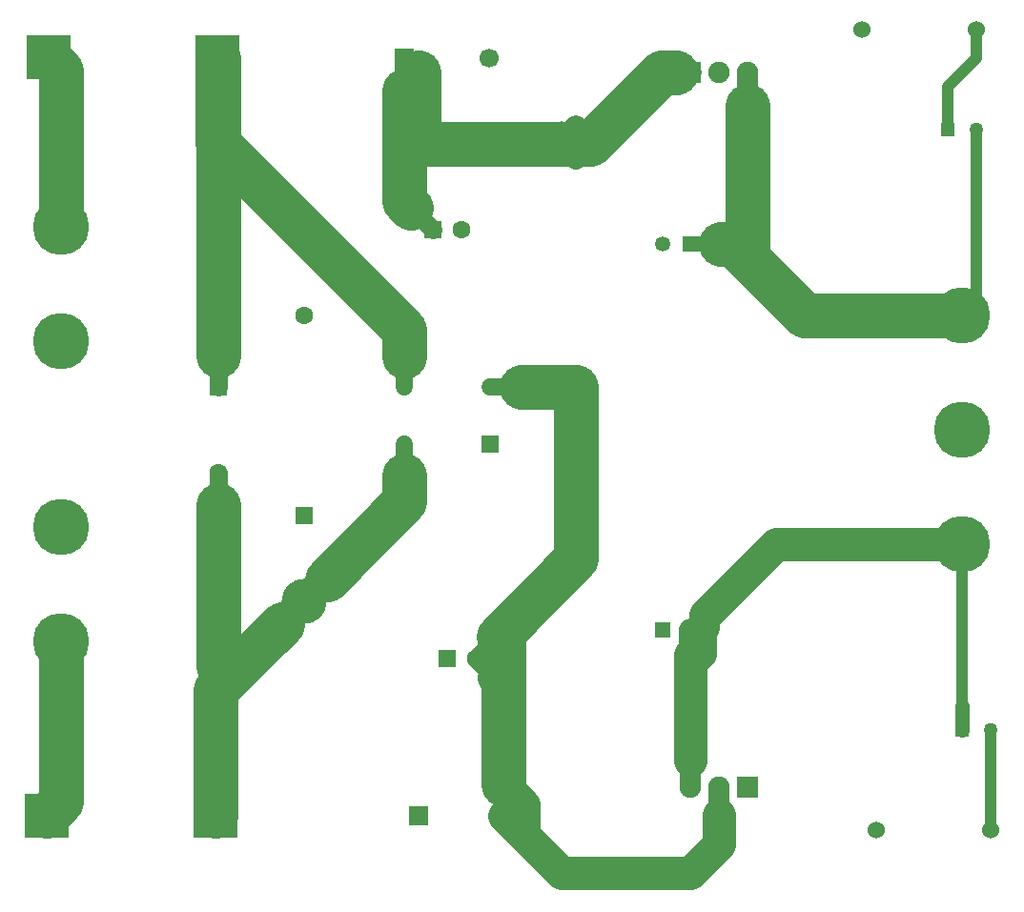
<source format=gbl>
G04 DipTrace 2.4.0.2*
%INpsv1.GBL*%
%MOIN*%
%ADD13C,0.0394*%
%ADD14C,0.1575*%
%ADD15C,0.063*%
%ADD16C,0.0591*%
%ADD17C,0.0669*%
%ADD18C,0.1181*%
%ADD19C,0.0748*%
%ADD20C,0.0787*%
%ADD21C,0.0531*%
%ADD22C,0.05*%
%ADD24R,0.0669X0.0669*%
%ADD25C,0.0669*%
%ADD26R,0.063X0.063*%
%ADD27R,0.0531X0.0531*%
%ADD28C,0.0531*%
%ADD29R,0.0591X0.0591*%
%ADD30C,0.0591*%
%ADD31R,0.05X0.05*%
%ADD32R,0.1575X0.1575*%
%ADD33C,0.1969*%
%ADD34C,0.06*%
%ADD35C,0.06*%
%ADD36R,0.0748X0.0748*%
%ADD37C,0.0748*%
%FSLAX44Y44*%
G04*
G70*
G90*
G75*
G01*
%LNBottom*%
%LPD*%
X12890Y36854D2*
D14*
Y33854D1*
X15158Y31587D1*
D15*
X15937Y30807D1*
X12937Y25307D2*
Y26409D1*
D14*
Y36807D1*
X12890Y36854D1*
X19437Y25307D2*
D16*
Y26390D1*
D14*
Y27307D1*
X16716Y30028D1*
D15*
X15937Y30807D1*
D14*
D3*
X12890Y33854D2*
X16716Y30028D1*
X19437Y23307D2*
D16*
Y22224D1*
D14*
Y21307D1*
X16716Y18587D1*
D15*
X15937Y17807D1*
X12843Y10307D2*
D14*
Y14713D1*
X13310Y15180D1*
X15158Y17028D1*
D15*
X15937Y17807D1*
D14*
D3*
X12937Y22307D2*
D15*
Y21205D1*
D14*
Y15552D1*
X13310Y15180D1*
X22890Y10307D2*
D17*
Y11232D1*
D18*
Y11674D1*
Y14854D1*
X22577Y15167D1*
D15*
X21937Y15807D1*
X22890Y10307D2*
D17*
X22937D1*
D18*
X23801Y9443D1*
X24937Y8307D1*
X29437D1*
X30437Y9307D1*
Y10343D1*
D19*
Y11307D1*
X22437Y25307D2*
D16*
X23520D1*
D14*
X25437D1*
Y19307D1*
X22890Y16760D1*
X22716Y16587D1*
D15*
X21937Y15807D1*
X22890Y10307D2*
D17*
Y11429D1*
D14*
Y16760D1*
Y11674D2*
D20*
X23801Y10763D1*
Y9443D1*
X20437Y30807D2*
D15*
X19658Y31587D1*
D14*
X19437Y31807D1*
Y35685D1*
D17*
Y36807D1*
X29437Y36307D2*
D20*
X28937D1*
D14*
X28437D1*
X25937Y33807D1*
X24937D1*
X19937D1*
Y36307D1*
D17*
X19437Y36807D1*
X24937Y33807D2*
D14*
D3*
X25937D2*
D3*
X25437Y34432D2*
D20*
Y33307D1*
X25937Y33807D2*
X25437Y34307D1*
Y34432D1*
X24937Y33932D1*
Y33807D1*
X31437Y36307D2*
D19*
Y35146D1*
D14*
Y29807D1*
X33437Y27807D1*
X38937D1*
X29437Y30307D2*
D21*
X30490D1*
D14*
X30937D1*
X31437Y29807D1*
X39437Y34307D2*
D13*
Y28307D1*
X38937Y27807D1*
Y19807D2*
D18*
X32437D1*
X30043Y17413D1*
D21*
X29437Y16807D1*
X38937Y13307D2*
D22*
Y14148D1*
D13*
Y19807D1*
X29437Y11307D2*
D19*
Y12272D1*
D18*
Y15377D1*
Y15951D1*
D21*
Y16249D1*
Y16807D1*
X38937Y19807D2*
D14*
D3*
X29437Y16249D2*
D20*
X30048Y16860D1*
Y17418D1*
X29437Y16807D2*
Y16249D1*
Y15377D2*
X29979Y15919D1*
Y17349D1*
D18*
X30043Y17413D1*
X7437Y16437D2*
D14*
Y10807D1*
X6937Y10307D1*
X7437Y30937D2*
Y36402D1*
X6984Y36854D1*
X39437Y37807D2*
D13*
Y36807D1*
X38437Y35807D1*
Y34307D1*
X39937Y9807D2*
Y13307D1*
D20*
X25937Y33807D3*
X24937D3*
X25437Y33307D3*
Y34432D3*
D24*
X19437Y36807D3*
D25*
X22390D3*
D24*
X19937Y10307D3*
D25*
X22890D3*
D15*
X21437Y30807D3*
D26*
X20437D3*
D15*
X21937Y15807D3*
D26*
X20937D3*
D27*
X29437Y30307D3*
D28*
X28453D3*
D27*
Y16807D3*
D28*
X29437D3*
D15*
X15937Y27807D3*
D26*
Y30807D3*
D15*
Y17807D3*
D26*
Y20807D3*
D15*
X12937Y22307D3*
D26*
Y25307D3*
D29*
X22437Y23307D3*
D30*
Y25307D3*
X19437D3*
Y23307D3*
D22*
X39437Y34307D3*
D31*
X38437D3*
D22*
X39937Y13307D3*
D31*
X38937D3*
D32*
X6984Y36854D3*
X12890D3*
X6937Y10307D3*
X12843D3*
D33*
X7437Y30937D3*
Y26937D3*
Y20437D3*
Y16437D3*
X38937Y27807D3*
Y23807D3*
Y19807D3*
D34*
X35437Y37807D3*
D35*
X39437D3*
D34*
X39937Y9807D3*
D35*
X35937D3*
D36*
X29437Y36307D3*
D37*
X30437D3*
X31437D3*
D36*
Y11307D3*
D37*
X30437D3*
X29437D3*
M02*

</source>
